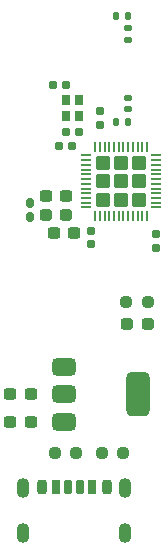
<source format=gtp>
%TF.GenerationSoftware,KiCad,Pcbnew,8.0.3-8.0.3-0~ubuntu22.04.1*%
%TF.CreationDate,2024-10-04T19:55:40+02:00*%
%TF.ProjectId,nrf52832_devboard,6e726635-3238-4333-925f-646576626f61,0.1*%
%TF.SameCoordinates,Original*%
%TF.FileFunction,Paste,Top*%
%TF.FilePolarity,Positive*%
%FSLAX46Y46*%
G04 Gerber Fmt 4.6, Leading zero omitted, Abs format (unit mm)*
G04 Created by KiCad (PCBNEW 8.0.3-8.0.3-0~ubuntu22.04.1) date 2024-10-04 19:55:40*
%MOMM*%
%LPD*%
G01*
G04 APERTURE LIST*
G04 Aperture macros list*
%AMRoundRect*
0 Rectangle with rounded corners*
0 $1 Rounding radius*
0 $2 $3 $4 $5 $6 $7 $8 $9 X,Y pos of 4 corners*
0 Add a 4 corners polygon primitive as box body*
4,1,4,$2,$3,$4,$5,$6,$7,$8,$9,$2,$3,0*
0 Add four circle primitives for the rounded corners*
1,1,$1+$1,$2,$3*
1,1,$1+$1,$4,$5*
1,1,$1+$1,$6,$7*
1,1,$1+$1,$8,$9*
0 Add four rect primitives between the rounded corners*
20,1,$1+$1,$2,$3,$4,$5,0*
20,1,$1+$1,$4,$5,$6,$7,0*
20,1,$1+$1,$6,$7,$8,$9,0*
20,1,$1+$1,$8,$9,$2,$3,0*%
G04 Aperture macros list end*
%ADD10RoundRect,0.175000X-0.175000X-0.425000X0.175000X-0.425000X0.175000X0.425000X-0.175000X0.425000X0*%
%ADD11RoundRect,0.190000X0.190000X0.410000X-0.190000X0.410000X-0.190000X-0.410000X0.190000X-0.410000X0*%
%ADD12RoundRect,0.200000X0.200000X0.400000X-0.200000X0.400000X-0.200000X-0.400000X0.200000X-0.400000X0*%
%ADD13RoundRect,0.175000X0.175000X0.425000X-0.175000X0.425000X-0.175000X-0.425000X0.175000X-0.425000X0*%
%ADD14RoundRect,0.190000X-0.190000X-0.410000X0.190000X-0.410000X0.190000X0.410000X-0.190000X0.410000X0*%
%ADD15RoundRect,0.200000X-0.200000X-0.400000X0.200000X-0.400000X0.200000X0.400000X-0.200000X0.400000X0*%
%ADD16O,1.100000X1.700000*%
%ADD17RoundRect,0.237500X-0.287500X-0.237500X0.287500X-0.237500X0.287500X0.237500X-0.287500X0.237500X0*%
%ADD18RoundRect,0.237500X-0.250000X-0.237500X0.250000X-0.237500X0.250000X0.237500X-0.250000X0.237500X0*%
%ADD19RoundRect,0.140000X0.140000X0.170000X-0.140000X0.170000X-0.140000X-0.170000X0.140000X-0.170000X0*%
%ADD20R,0.800000X0.900000*%
%ADD21RoundRect,0.237500X0.300000X0.237500X-0.300000X0.237500X-0.300000X-0.237500X0.300000X-0.237500X0*%
%ADD22RoundRect,0.155000X0.155000X-0.212500X0.155000X0.212500X-0.155000X0.212500X-0.155000X-0.212500X0*%
%ADD23RoundRect,0.155000X-0.155000X0.212500X-0.155000X-0.212500X0.155000X-0.212500X0.155000X0.212500X0*%
%ADD24RoundRect,0.237500X0.287500X0.237500X-0.287500X0.237500X-0.287500X-0.237500X0.287500X-0.237500X0*%
%ADD25RoundRect,0.155000X0.212500X0.155000X-0.212500X0.155000X-0.212500X-0.155000X0.212500X-0.155000X0*%
%ADD26RoundRect,0.135000X0.185000X-0.135000X0.185000X0.135000X-0.185000X0.135000X-0.185000X-0.135000X0*%
%ADD27RoundRect,0.250000X0.370000X-0.370000X0.370000X0.370000X-0.370000X0.370000X-0.370000X-0.370000X0*%
%ADD28RoundRect,0.050000X0.050000X-0.350000X0.050000X0.350000X-0.050000X0.350000X-0.050000X-0.350000X0*%
%ADD29RoundRect,0.050000X0.350000X-0.050000X0.350000X0.050000X-0.350000X0.050000X-0.350000X-0.050000X0*%
%ADD30RoundRect,0.147500X0.172500X-0.147500X0.172500X0.147500X-0.172500X0.147500X-0.172500X-0.147500X0*%
%ADD31RoundRect,0.160000X0.160000X-0.222500X0.160000X0.222500X-0.160000X0.222500X-0.160000X-0.222500X0*%
%ADD32RoundRect,0.375000X-0.625000X-0.375000X0.625000X-0.375000X0.625000X0.375000X-0.625000X0.375000X0*%
%ADD33RoundRect,0.500000X-0.500000X-1.400000X0.500000X-1.400000X0.500000X1.400000X-0.500000X1.400000X0*%
G04 APERTURE END LIST*
D10*
%TO.C,J3*%
X158250000Y-102330000D03*
D11*
X160270000Y-102330000D03*
D12*
X161500000Y-102330000D03*
D13*
X159250000Y-102330000D03*
D14*
X157230000Y-102330000D03*
D15*
X156000000Y-102330000D03*
D16*
X154430000Y-102410000D03*
X154430000Y-106210000D03*
X163070000Y-102410000D03*
X163070000Y-106210000D03*
%TD*%
D17*
%TO.C,D1*%
X163250000Y-88500000D03*
X165000000Y-88500000D03*
%TD*%
D18*
%TO.C,R3*%
X161087500Y-99500000D03*
X162912500Y-99500000D03*
%TD*%
D19*
%TO.C,C7*%
X163280000Y-71470000D03*
X162320000Y-71470000D03*
%TD*%
D20*
%TO.C,Y1*%
X159150000Y-70970000D03*
X159150000Y-69570000D03*
X158050000Y-69570000D03*
X158050000Y-70970000D03*
%TD*%
D21*
%TO.C,C1*%
X158762500Y-80870000D03*
X157037500Y-80870000D03*
%TD*%
%TO.C,C6*%
X158062500Y-77670000D03*
X156337500Y-77670000D03*
%TD*%
D22*
%TO.C,C5*%
X160900000Y-71667500D03*
X160900000Y-70532500D03*
%TD*%
D23*
%TO.C,C4*%
X160200000Y-80632500D03*
X160200000Y-81767500D03*
%TD*%
D24*
%TO.C,L1*%
X158075000Y-79270000D03*
X156325000Y-79270000D03*
%TD*%
D19*
%TO.C,C8*%
X163280000Y-62500000D03*
X162320000Y-62500000D03*
%TD*%
D25*
%TO.C,C2*%
X158567500Y-73470000D03*
X157432500Y-73470000D03*
%TD*%
D26*
%TO.C,R1*%
X163300000Y-64510000D03*
X163300000Y-63490000D03*
%TD*%
D23*
%TO.C,C3*%
X165700000Y-80932500D03*
X165700000Y-82067500D03*
%TD*%
D27*
%TO.C,U1*%
X161190000Y-78000000D03*
X162720000Y-78000000D03*
X164250000Y-78000000D03*
X161190000Y-76470000D03*
X162720000Y-76470000D03*
X164250000Y-76470000D03*
X161190000Y-74940000D03*
X162720000Y-74940000D03*
X164250000Y-74940000D03*
D28*
X160520000Y-79420000D03*
X160920000Y-79420000D03*
X161320000Y-79420000D03*
X161720000Y-79420000D03*
X162120000Y-79420000D03*
X162520000Y-79420000D03*
X162920000Y-79420000D03*
X163320000Y-79420000D03*
X163720000Y-79420000D03*
X164120000Y-79420000D03*
X164520000Y-79420000D03*
X164920000Y-79420000D03*
D29*
X165670000Y-78670000D03*
X165670000Y-78270000D03*
X165670000Y-77870000D03*
X165670000Y-77470000D03*
X165670000Y-77070000D03*
X165670000Y-76670000D03*
X165670000Y-76270000D03*
X165670000Y-75870000D03*
X165670000Y-75470000D03*
X165670000Y-75070000D03*
X165670000Y-74670000D03*
X165670000Y-74270000D03*
D28*
X164920000Y-73520000D03*
X164520000Y-73520000D03*
X164120000Y-73520000D03*
X163720000Y-73520000D03*
X163320000Y-73520000D03*
X162920000Y-73520000D03*
X162520000Y-73520000D03*
X162120000Y-73520000D03*
X161720000Y-73520000D03*
X161320000Y-73520000D03*
X160920000Y-73520000D03*
X160520000Y-73520000D03*
D29*
X159770000Y-74270000D03*
X159770000Y-74670000D03*
X159770000Y-75070000D03*
X159770000Y-75470000D03*
X159770000Y-75870000D03*
X159770000Y-76270000D03*
X159770000Y-76670000D03*
X159770000Y-77070000D03*
X159770000Y-77470000D03*
X159770000Y-77870000D03*
X159770000Y-78270000D03*
X159770000Y-78670000D03*
%TD*%
D21*
%TO.C,C11*%
X155062500Y-96800000D03*
X153337500Y-96800000D03*
%TD*%
D30*
%TO.C,L3*%
X163300000Y-70355000D03*
X163300000Y-69385000D03*
%TD*%
D18*
%TO.C,R2*%
X163162500Y-86700000D03*
X164987500Y-86700000D03*
%TD*%
D31*
%TO.C,L2*%
X155000000Y-79442500D03*
X155000000Y-78297500D03*
%TD*%
D25*
%TO.C,C9*%
X159167500Y-72270000D03*
X158032500Y-72270000D03*
%TD*%
D18*
%TO.C,R4*%
X157087500Y-99500000D03*
X158912500Y-99500000D03*
%TD*%
D32*
%TO.C,U2*%
X157850000Y-92200000D03*
X157850000Y-94500000D03*
D33*
X164150000Y-94500000D03*
D32*
X157850000Y-96800000D03*
%TD*%
D21*
%TO.C,C12*%
X155062500Y-94500000D03*
X153337500Y-94500000D03*
%TD*%
D25*
%TO.C,C10*%
X158067500Y-68270000D03*
X156932500Y-68270000D03*
%TD*%
M02*

</source>
